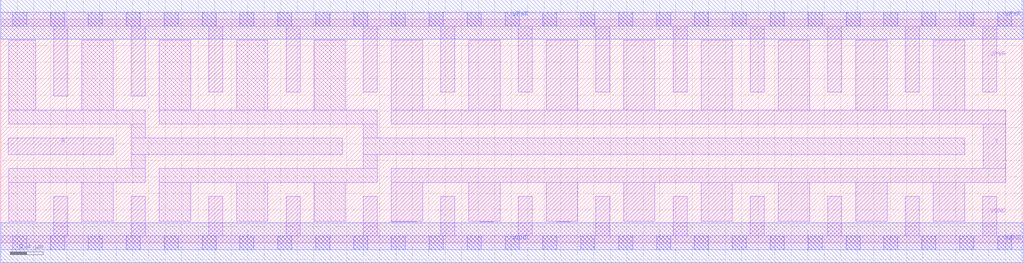
<source format=lef>
# Copyright 2020 The SkyWater PDK Authors
#
# Licensed under the Apache License, Version 2.0 (the "License");
# you may not use this file except in compliance with the License.
# You may obtain a copy of the License at
#
#     https://www.apache.org/licenses/LICENSE-2.0
#
# Unless required by applicable law or agreed to in writing, software
# distributed under the License is distributed on an "AS IS" BASIS,
# WITHOUT WARRANTIES OR CONDITIONS OF ANY KIND, either express or implied.
# See the License for the specific language governing permissions and
# limitations under the License.
#
# SPDX-License-Identifier: Apache-2.0

VERSION 5.7 ;
  NAMESCASESENSITIVE ON ;
  NOWIREEXTENSIONATPIN ON ;
  DIVIDERCHAR "/" ;
  BUSBITCHARS "[]" ;
UNITS
  DATABASE MICRONS 200 ;
END UNITS
PROPERTYDEFINITIONS
  MACRO maskLayoutSubType STRING ;
  MACRO prCellType STRING ;
  MACRO originalViewName STRING ;
END PROPERTYDEFINITIONS
MACRO sky130_fd_sc_hdll__bufinv_16
  CLASS CORE ;
  FOREIGN sky130_fd_sc_hdll__bufinv_16 ;
  ORIGIN  0.000000  0.000000 ;
  SIZE  12.42000 BY  2.720000 ;
  SYMMETRY X Y R90 ;
  SITE unithd ;
  PIN A
    ANTENNAGATEAREA  0.832500 ;
    DIRECTION INPUT ;
    USE SIGNAL ;
    PORT
      LAYER li1 ;
        RECT 0.090000 1.075000 1.365000 1.275000 ;
    END
  END A
  PIN VGND
    ANTENNADIFFAREA  2.600000 ;
    DIRECTION INOUT ;
    USE SIGNAL ;
    PORT
      LAYER li1 ;
        RECT  0.000000 -0.085000 12.420000 0.085000 ;
        RECT  0.645000  0.085000  0.815000 0.565000 ;
        RECT  1.585000  0.085000  1.755000 0.565000 ;
        RECT  2.525000  0.085000  2.695000 0.565000 ;
        RECT  3.465000  0.085000  3.635000 0.565000 ;
        RECT  4.405000  0.085000  4.575000 0.565000 ;
        RECT  5.345000  0.085000  5.515000 0.565000 ;
        RECT  6.285000  0.085000  6.455000 0.565000 ;
        RECT  7.225000  0.085000  7.395000 0.565000 ;
        RECT  8.165000  0.085000  8.335000 0.565000 ;
        RECT  9.105000  0.085000  9.275000 0.565000 ;
        RECT 10.045000  0.085000 10.215000 0.565000 ;
        RECT 10.985000  0.085000 11.155000 0.565000 ;
        RECT 11.925000  0.085000 12.095000 0.565000 ;
      LAYER mcon ;
        RECT  0.145000 -0.085000  0.315000 0.085000 ;
        RECT  0.605000 -0.085000  0.775000 0.085000 ;
        RECT  1.065000 -0.085000  1.235000 0.085000 ;
        RECT  1.525000 -0.085000  1.695000 0.085000 ;
        RECT  1.985000 -0.085000  2.155000 0.085000 ;
        RECT  2.445000 -0.085000  2.615000 0.085000 ;
        RECT  2.905000 -0.085000  3.075000 0.085000 ;
        RECT  3.365000 -0.085000  3.535000 0.085000 ;
        RECT  3.825000 -0.085000  3.995000 0.085000 ;
        RECT  4.285000 -0.085000  4.455000 0.085000 ;
        RECT  4.745000 -0.085000  4.915000 0.085000 ;
        RECT  5.205000 -0.085000  5.375000 0.085000 ;
        RECT  5.665000 -0.085000  5.835000 0.085000 ;
        RECT  6.125000 -0.085000  6.295000 0.085000 ;
        RECT  6.585000 -0.085000  6.755000 0.085000 ;
        RECT  7.045000 -0.085000  7.215000 0.085000 ;
        RECT  7.505000 -0.085000  7.675000 0.085000 ;
        RECT  7.965000 -0.085000  8.135000 0.085000 ;
        RECT  8.425000 -0.085000  8.595000 0.085000 ;
        RECT  8.885000 -0.085000  9.055000 0.085000 ;
        RECT  9.345000 -0.085000  9.515000 0.085000 ;
        RECT  9.805000 -0.085000  9.975000 0.085000 ;
        RECT 10.265000 -0.085000 10.435000 0.085000 ;
        RECT 10.725000 -0.085000 10.895000 0.085000 ;
        RECT 11.185000 -0.085000 11.355000 0.085000 ;
        RECT 11.645000 -0.085000 11.815000 0.085000 ;
        RECT 12.105000 -0.085000 12.275000 0.085000 ;
      LAYER met1 ;
        RECT 0.000000 -0.240000 12.420000 0.240000 ;
    END
  END VGND
  PIN VPWR
    ANTENNADIFFAREA  3.750000 ;
    DIRECTION INOUT ;
    USE SIGNAL ;
    PORT
      LAYER li1 ;
        RECT  0.000000 2.635000 12.420000 2.805000 ;
        RECT  0.645000 1.785000  0.815000 2.635000 ;
        RECT  1.585000 1.785000  1.755000 2.635000 ;
        RECT  2.525000 1.835000  2.695000 2.635000 ;
        RECT  3.465000 1.835000  3.635000 2.635000 ;
        RECT  4.405000 1.835000  4.575000 2.635000 ;
        RECT  5.345000 1.835000  5.515000 2.635000 ;
        RECT  6.285000 1.835000  6.455000 2.635000 ;
        RECT  7.225000 1.835000  7.395000 2.635000 ;
        RECT  8.165000 1.835000  8.335000 2.635000 ;
        RECT  9.105000 1.835000  9.275000 2.635000 ;
        RECT 10.045000 1.835000 10.215000 2.635000 ;
        RECT 10.985000 1.835000 11.155000 2.635000 ;
        RECT 11.925000 1.835000 12.095000 2.635000 ;
      LAYER mcon ;
        RECT  0.145000 2.635000  0.315000 2.805000 ;
        RECT  0.605000 2.635000  0.775000 2.805000 ;
        RECT  1.065000 2.635000  1.235000 2.805000 ;
        RECT  1.525000 2.635000  1.695000 2.805000 ;
        RECT  1.985000 2.635000  2.155000 2.805000 ;
        RECT  2.445000 2.635000  2.615000 2.805000 ;
        RECT  2.905000 2.635000  3.075000 2.805000 ;
        RECT  3.365000 2.635000  3.535000 2.805000 ;
        RECT  3.825000 2.635000  3.995000 2.805000 ;
        RECT  4.285000 2.635000  4.455000 2.805000 ;
        RECT  4.745000 2.635000  4.915000 2.805000 ;
        RECT  5.205000 2.635000  5.375000 2.805000 ;
        RECT  5.665000 2.635000  5.835000 2.805000 ;
        RECT  6.125000 2.635000  6.295000 2.805000 ;
        RECT  6.585000 2.635000  6.755000 2.805000 ;
        RECT  7.045000 2.635000  7.215000 2.805000 ;
        RECT  7.505000 2.635000  7.675000 2.805000 ;
        RECT  7.965000 2.635000  8.135000 2.805000 ;
        RECT  8.425000 2.635000  8.595000 2.805000 ;
        RECT  8.885000 2.635000  9.055000 2.805000 ;
        RECT  9.345000 2.635000  9.515000 2.805000 ;
        RECT  9.805000 2.635000  9.975000 2.805000 ;
        RECT 10.265000 2.635000 10.435000 2.805000 ;
        RECT 10.725000 2.635000 10.895000 2.805000 ;
        RECT 11.185000 2.635000 11.355000 2.805000 ;
        RECT 11.645000 2.635000 11.815000 2.805000 ;
        RECT 12.105000 2.635000 12.275000 2.805000 ;
      LAYER met1 ;
        RECT 0.000000 2.480000 12.420000 2.960000 ;
    END
  END VPWR
  PIN Y
    ANTENNADIFFAREA  4.016500 ;
    DIRECTION OUTPUT ;
    USE SIGNAL ;
    PORT
      LAYER li1 ;
        RECT  4.745000 0.255000  5.045000 0.260000 ;
        RECT  4.745000 0.260000  5.125000 0.735000 ;
        RECT  4.745000 0.735000 12.205000 0.905000 ;
        RECT  4.745000 1.445000 12.205000 1.615000 ;
        RECT  4.745000 1.615000  5.125000 2.465000 ;
        RECT  5.685000 0.260000  6.065000 0.735000 ;
        RECT  5.685000 1.615000  6.065000 2.465000 ;
        RECT  5.815000 0.255000  5.985000 0.260000 ;
        RECT  6.625000 0.260000  7.005000 0.735000 ;
        RECT  6.625000 1.615000  7.005000 2.465000 ;
        RECT  6.755000 0.255000  6.925000 0.260000 ;
        RECT  7.565000 0.260000  7.945000 0.735000 ;
        RECT  7.565000 1.615000  7.945000 2.465000 ;
        RECT  8.505000 0.260000  8.885000 0.735000 ;
        RECT  8.505000 1.615000  8.885000 2.465000 ;
        RECT  9.445000 0.260000  9.825000 0.735000 ;
        RECT  9.445000 1.615000  9.825000 2.465000 ;
        RECT 10.385000 0.260000 10.765000 0.735000 ;
        RECT 10.385000 1.615000 10.765000 2.465000 ;
        RECT 11.325000 0.260000 11.705000 0.735000 ;
        RECT 11.325000 1.615000 11.705000 2.465000 ;
        RECT 11.930000 0.905000 12.205000 1.445000 ;
    END
  END Y
  OBS
    LAYER li1 ;
      RECT 0.095000 0.260000  0.425000 0.735000 ;
      RECT 0.095000 0.735000  1.755000 0.905000 ;
      RECT 0.095000 1.445000  1.755000 1.615000 ;
      RECT 0.095000 1.615000  0.425000 2.465000 ;
      RECT 0.985000 0.260000  1.365000 0.735000 ;
      RECT 0.985000 1.615000  1.365000 2.465000 ;
      RECT 1.585000 0.905000  1.755000 1.075000 ;
      RECT 1.585000 1.075000  4.145000 1.275000 ;
      RECT 1.585000 1.275000  1.755000 1.445000 ;
      RECT 1.925000 0.260000  2.305000 0.735000 ;
      RECT 1.925000 0.735000  4.575000 0.905000 ;
      RECT 1.925000 1.445000  4.575000 1.615000 ;
      RECT 1.925000 1.615000  2.305000 2.465000 ;
      RECT 2.865000 0.260000  3.245000 0.735000 ;
      RECT 2.865000 1.615000  3.245000 2.465000 ;
      RECT 3.805000 0.260000  4.185000 0.735000 ;
      RECT 3.805000 1.615000  4.185000 2.465000 ;
      RECT 4.400000 0.905000  4.575000 1.075000 ;
      RECT 4.400000 1.075000 11.710000 1.275000 ;
      RECT 4.400000 1.275000  4.575000 1.445000 ;
  END
  PROPERTY maskLayoutSubType "abstract" ;
  PROPERTY prCellType "standard" ;
  PROPERTY originalViewName "layout" ;
END sky130_fd_sc_hdll__bufinv_16

</source>
